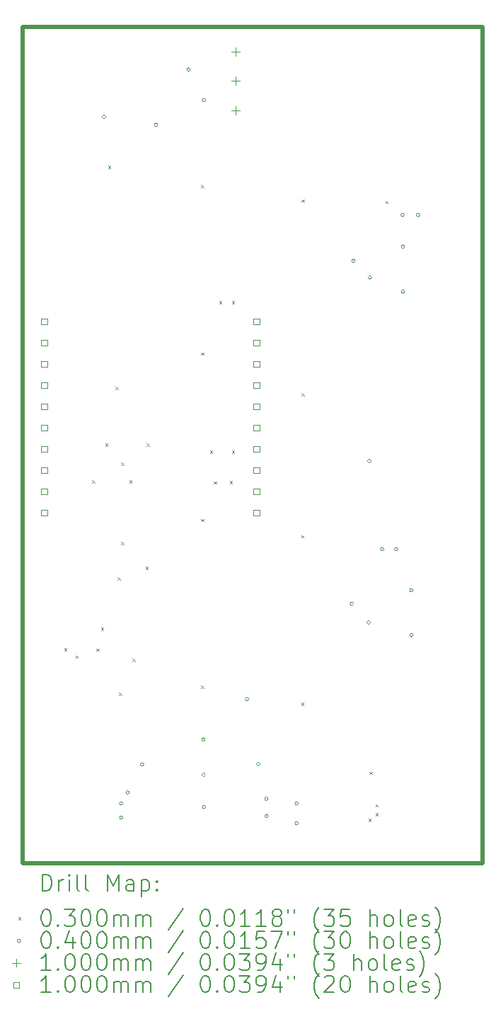
<source format=gbr>
%FSLAX45Y45*%
G04 Gerber Fmt 4.5, Leading zero omitted, Abs format (unit mm)*
G04 Created by KiCad (PCBNEW (6.0.2)) date 2022-06-11 16:42:49*
%MOMM*%
%LPD*%
G01*
G04 APERTURE LIST*
%TA.AperFunction,Profile*%
%ADD10C,0.500000*%
%TD*%
%ADD11C,0.200000*%
%ADD12C,0.030000*%
%ADD13C,0.040000*%
%ADD14C,0.100000*%
G04 APERTURE END LIST*
D10*
X250000Y0D02*
X5750000Y0D01*
X5750000Y0D02*
X5750000Y-10000000D01*
X5750000Y-10000000D02*
X250000Y-10000000D01*
X250000Y-10000000D02*
X250000Y0D01*
D11*
D12*
X748025Y-7430000D02*
X778025Y-7460000D01*
X778025Y-7430000D02*
X748025Y-7460000D01*
X881620Y-7521180D02*
X911620Y-7551180D01*
X911620Y-7521180D02*
X881620Y-7551180D01*
X1079000Y-5424000D02*
X1109000Y-5454000D01*
X1109000Y-5424000D02*
X1079000Y-5454000D01*
X1130540Y-7437360D02*
X1160540Y-7467360D01*
X1160540Y-7437360D02*
X1130540Y-7467360D01*
X1187000Y-7186000D02*
X1217000Y-7216000D01*
X1217000Y-7186000D02*
X1187000Y-7216000D01*
X1238450Y-4986000D02*
X1268450Y-5016000D01*
X1268450Y-4986000D02*
X1238450Y-5016000D01*
X1272780Y-1667610D02*
X1302780Y-1697610D01*
X1302780Y-1667610D02*
X1272780Y-1697610D01*
X1362000Y-4307000D02*
X1392000Y-4337000D01*
X1392000Y-4307000D02*
X1362000Y-4337000D01*
X1384000Y-6585000D02*
X1414000Y-6615000D01*
X1414000Y-6585000D02*
X1384000Y-6615000D01*
X1400841Y-7964159D02*
X1430841Y-7994159D01*
X1430841Y-7964159D02*
X1400841Y-7994159D01*
X1427500Y-6163500D02*
X1457500Y-6193500D01*
X1457500Y-6163500D02*
X1427500Y-6193500D01*
X1429000Y-5214000D02*
X1459000Y-5244000D01*
X1459000Y-5214000D02*
X1429000Y-5244000D01*
X1524000Y-5427000D02*
X1554000Y-5457000D01*
X1554000Y-5427000D02*
X1524000Y-5457000D01*
X1563000Y-7557000D02*
X1593000Y-7587000D01*
X1593000Y-7557000D02*
X1563000Y-7587000D01*
X1722000Y-6458000D02*
X1752000Y-6488000D01*
X1752000Y-6458000D02*
X1722000Y-6488000D01*
X1733000Y-4985000D02*
X1763000Y-5015000D01*
X1763000Y-4985000D02*
X1733000Y-5015000D01*
X2384000Y-5885000D02*
X2414000Y-5915000D01*
X2414000Y-5885000D02*
X2384000Y-5915000D01*
X2384000Y-7881000D02*
X2414000Y-7911000D01*
X2414000Y-7881000D02*
X2384000Y-7911000D01*
X2385000Y-1893000D02*
X2415000Y-1923000D01*
X2415000Y-1893000D02*
X2385000Y-1923000D01*
X2386000Y-3896000D02*
X2416000Y-3926000D01*
X2416000Y-3896000D02*
X2386000Y-3926000D01*
X2489440Y-5070080D02*
X2519440Y-5100080D01*
X2519440Y-5070080D02*
X2489440Y-5100080D01*
X2536599Y-5438000D02*
X2566599Y-5468000D01*
X2566599Y-5438000D02*
X2536599Y-5468000D01*
X2601200Y-3284460D02*
X2631200Y-3314460D01*
X2631200Y-3284460D02*
X2601200Y-3314460D01*
X2728450Y-5433000D02*
X2758450Y-5463000D01*
X2758450Y-5433000D02*
X2728450Y-5463000D01*
X2753600Y-3284460D02*
X2783600Y-3314460D01*
X2783600Y-3284460D02*
X2753600Y-3314460D01*
X2753600Y-5070080D02*
X2783600Y-5100080D01*
X2783600Y-5070080D02*
X2753600Y-5100080D01*
X3584000Y-6082000D02*
X3614000Y-6112000D01*
X3614000Y-6082000D02*
X3584000Y-6112000D01*
X3584000Y-8082000D02*
X3614000Y-8112000D01*
X3614000Y-8082000D02*
X3584000Y-8112000D01*
X3585000Y-2066000D02*
X3615000Y-2096000D01*
X3615000Y-2066000D02*
X3585000Y-2096000D01*
X3588000Y-4385000D02*
X3618000Y-4415000D01*
X3618000Y-4385000D02*
X3588000Y-4415000D01*
X4386820Y-9471900D02*
X4416820Y-9501900D01*
X4416820Y-9471900D02*
X4386820Y-9501900D01*
X4399520Y-8910560D02*
X4429520Y-8940560D01*
X4429520Y-8910560D02*
X4399520Y-8940560D01*
X4473180Y-9299180D02*
X4503180Y-9329180D01*
X4503180Y-9299180D02*
X4473180Y-9329180D01*
X4473180Y-9403320D02*
X4503180Y-9433320D01*
X4503180Y-9403320D02*
X4473180Y-9433320D01*
X4591000Y-2085000D02*
X4621000Y-2115000D01*
X4621000Y-2085000D02*
X4591000Y-2115000D01*
D13*
X1244280Y-1079500D02*
G75*
G03*
X1244280Y-1079500I-20000J0D01*
G01*
X1447480Y-9290110D02*
G75*
G03*
X1447480Y-9290110I-20000J0D01*
G01*
X1450020Y-9456420D02*
G75*
G03*
X1450020Y-9456420I-20000J0D01*
G01*
X1526220Y-9156700D02*
G75*
G03*
X1526220Y-9156700I-20000J0D01*
G01*
X1698940Y-8821420D02*
G75*
G03*
X1698940Y-8821420I-20000J0D01*
G01*
X1866580Y-1173480D02*
G75*
G03*
X1866580Y-1173480I-20000J0D01*
G01*
X2253000Y-513000D02*
G75*
G03*
X2253000Y-513000I-20000J0D01*
G01*
X2433000Y-8524240D02*
G75*
G03*
X2433000Y-8524240I-20000J0D01*
G01*
X2435540Y-8945220D02*
G75*
G03*
X2435540Y-8945220I-20000J0D01*
G01*
X2438080Y-881380D02*
G75*
G03*
X2438080Y-881380I-20000J0D01*
G01*
X2440620Y-9331300D02*
G75*
G03*
X2440620Y-9331300I-20000J0D01*
G01*
X2953700Y-8041640D02*
G75*
G03*
X2953700Y-8041640I-20000J0D01*
G01*
X3088320Y-8818880D02*
G75*
G03*
X3088320Y-8818880I-20000J0D01*
G01*
X3184840Y-9232900D02*
G75*
G03*
X3184840Y-9232900I-20000J0D01*
G01*
X3187380Y-9438640D02*
G75*
G03*
X3187380Y-9438640I-20000J0D01*
G01*
X3547997Y-9289117D02*
G75*
G03*
X3547997Y-9289117I-20000J0D01*
G01*
X3548060Y-9525000D02*
G75*
G03*
X3548060Y-9525000I-20000J0D01*
G01*
X4207000Y-6900000D02*
G75*
G03*
X4207000Y-6900000I-20000J0D01*
G01*
X4228000Y-2800000D02*
G75*
G03*
X4228000Y-2800000I-20000J0D01*
G01*
X4410000Y-7126000D02*
G75*
G03*
X4410000Y-7126000I-20000J0D01*
G01*
X4418000Y-5195000D02*
G75*
G03*
X4418000Y-5195000I-20000J0D01*
G01*
X4425050Y-3000000D02*
G75*
G03*
X4425050Y-3000000I-20000J0D01*
G01*
X4571000Y-6250000D02*
G75*
G03*
X4571000Y-6250000I-20000J0D01*
G01*
X4740000Y-6250000D02*
G75*
G03*
X4740000Y-6250000I-20000J0D01*
G01*
X4815000Y-2250000D02*
G75*
G03*
X4815000Y-2250000I-20000J0D01*
G01*
X4820000Y-3170000D02*
G75*
G03*
X4820000Y-3170000I-20000J0D01*
G01*
X4821000Y-2630000D02*
G75*
G03*
X4821000Y-2630000I-20000J0D01*
G01*
X4920000Y-7276000D02*
G75*
G03*
X4920000Y-7276000I-20000J0D01*
G01*
X4921000Y-6740000D02*
G75*
G03*
X4921000Y-6740000I-20000J0D01*
G01*
X5001000Y-2250000D02*
G75*
G03*
X5001000Y-2250000I-20000J0D01*
G01*
D14*
X2800000Y-250000D02*
X2800000Y-350000D01*
X2750000Y-300000D02*
X2850000Y-300000D01*
X2800000Y-600000D02*
X2800000Y-700000D01*
X2750000Y-650000D02*
X2850000Y-650000D01*
X2800000Y-950000D02*
X2800000Y-1050000D01*
X2750000Y-1000000D02*
X2850000Y-1000000D01*
X544556Y-3563356D02*
X544556Y-3492644D01*
X473844Y-3492644D01*
X473844Y-3563356D01*
X544556Y-3563356D01*
X544556Y-3817356D02*
X544556Y-3746644D01*
X473844Y-3746644D01*
X473844Y-3817356D01*
X544556Y-3817356D01*
X544556Y-4071356D02*
X544556Y-4000644D01*
X473844Y-4000644D01*
X473844Y-4071356D01*
X544556Y-4071356D01*
X544556Y-4325356D02*
X544556Y-4254644D01*
X473844Y-4254644D01*
X473844Y-4325356D01*
X544556Y-4325356D01*
X544556Y-4579356D02*
X544556Y-4508644D01*
X473844Y-4508644D01*
X473844Y-4579356D01*
X544556Y-4579356D01*
X544556Y-4833356D02*
X544556Y-4762644D01*
X473844Y-4762644D01*
X473844Y-4833356D01*
X544556Y-4833356D01*
X544556Y-5087356D02*
X544556Y-5016644D01*
X473844Y-5016644D01*
X473844Y-5087356D01*
X544556Y-5087356D01*
X544556Y-5341356D02*
X544556Y-5270644D01*
X473844Y-5270644D01*
X473844Y-5341356D01*
X544556Y-5341356D01*
X544556Y-5595356D02*
X544556Y-5524644D01*
X473844Y-5524644D01*
X473844Y-5595356D01*
X544556Y-5595356D01*
X544556Y-5849356D02*
X544556Y-5778644D01*
X473844Y-5778644D01*
X473844Y-5849356D01*
X544556Y-5849356D01*
X3084556Y-3563356D02*
X3084556Y-3492644D01*
X3013844Y-3492644D01*
X3013844Y-3563356D01*
X3084556Y-3563356D01*
X3084556Y-3817356D02*
X3084556Y-3746644D01*
X3013844Y-3746644D01*
X3013844Y-3817356D01*
X3084556Y-3817356D01*
X3084556Y-4071356D02*
X3084556Y-4000644D01*
X3013844Y-4000644D01*
X3013844Y-4071356D01*
X3084556Y-4071356D01*
X3084556Y-4325356D02*
X3084556Y-4254644D01*
X3013844Y-4254644D01*
X3013844Y-4325356D01*
X3084556Y-4325356D01*
X3084556Y-4579356D02*
X3084556Y-4508644D01*
X3013844Y-4508644D01*
X3013844Y-4579356D01*
X3084556Y-4579356D01*
X3084556Y-4833356D02*
X3084556Y-4762644D01*
X3013844Y-4762644D01*
X3013844Y-4833356D01*
X3084556Y-4833356D01*
X3084556Y-5087356D02*
X3084556Y-5016644D01*
X3013844Y-5016644D01*
X3013844Y-5087356D01*
X3084556Y-5087356D01*
X3084556Y-5341356D02*
X3084556Y-5270644D01*
X3013844Y-5270644D01*
X3013844Y-5341356D01*
X3084556Y-5341356D01*
X3084556Y-5595356D02*
X3084556Y-5524644D01*
X3013844Y-5524644D01*
X3013844Y-5595356D01*
X3084556Y-5595356D01*
X3084556Y-5849356D02*
X3084556Y-5778644D01*
X3013844Y-5778644D01*
X3013844Y-5849356D01*
X3084556Y-5849356D01*
D11*
X482619Y-10335476D02*
X482619Y-10135476D01*
X530238Y-10135476D01*
X558810Y-10145000D01*
X577857Y-10164048D01*
X587381Y-10183095D01*
X596905Y-10221190D01*
X596905Y-10249762D01*
X587381Y-10287857D01*
X577857Y-10306905D01*
X558810Y-10325952D01*
X530238Y-10335476D01*
X482619Y-10335476D01*
X682619Y-10335476D02*
X682619Y-10202143D01*
X682619Y-10240238D02*
X692143Y-10221190D01*
X701667Y-10211667D01*
X720714Y-10202143D01*
X739762Y-10202143D01*
X806428Y-10335476D02*
X806428Y-10202143D01*
X806428Y-10135476D02*
X796905Y-10145000D01*
X806428Y-10154524D01*
X815952Y-10145000D01*
X806428Y-10135476D01*
X806428Y-10154524D01*
X930238Y-10335476D02*
X911190Y-10325952D01*
X901667Y-10306905D01*
X901667Y-10135476D01*
X1035000Y-10335476D02*
X1015952Y-10325952D01*
X1006428Y-10306905D01*
X1006428Y-10135476D01*
X1263571Y-10335476D02*
X1263571Y-10135476D01*
X1330238Y-10278333D01*
X1396905Y-10135476D01*
X1396905Y-10335476D01*
X1577857Y-10335476D02*
X1577857Y-10230714D01*
X1568333Y-10211667D01*
X1549286Y-10202143D01*
X1511190Y-10202143D01*
X1492143Y-10211667D01*
X1577857Y-10325952D02*
X1558809Y-10335476D01*
X1511190Y-10335476D01*
X1492143Y-10325952D01*
X1482619Y-10306905D01*
X1482619Y-10287857D01*
X1492143Y-10268810D01*
X1511190Y-10259286D01*
X1558809Y-10259286D01*
X1577857Y-10249762D01*
X1673095Y-10202143D02*
X1673095Y-10402143D01*
X1673095Y-10211667D02*
X1692143Y-10202143D01*
X1730238Y-10202143D01*
X1749286Y-10211667D01*
X1758809Y-10221190D01*
X1768333Y-10240238D01*
X1768333Y-10297381D01*
X1758809Y-10316429D01*
X1749286Y-10325952D01*
X1730238Y-10335476D01*
X1692143Y-10335476D01*
X1673095Y-10325952D01*
X1854048Y-10316429D02*
X1863571Y-10325952D01*
X1854048Y-10335476D01*
X1844524Y-10325952D01*
X1854048Y-10316429D01*
X1854048Y-10335476D01*
X1854048Y-10211667D02*
X1863571Y-10221190D01*
X1854048Y-10230714D01*
X1844524Y-10221190D01*
X1854048Y-10211667D01*
X1854048Y-10230714D01*
D12*
X195000Y-10650000D02*
X225000Y-10680000D01*
X225000Y-10650000D02*
X195000Y-10680000D01*
D11*
X520714Y-10555476D02*
X539762Y-10555476D01*
X558810Y-10565000D01*
X568333Y-10574524D01*
X577857Y-10593571D01*
X587381Y-10631667D01*
X587381Y-10679286D01*
X577857Y-10717381D01*
X568333Y-10736429D01*
X558810Y-10745952D01*
X539762Y-10755476D01*
X520714Y-10755476D01*
X501667Y-10745952D01*
X492143Y-10736429D01*
X482619Y-10717381D01*
X473095Y-10679286D01*
X473095Y-10631667D01*
X482619Y-10593571D01*
X492143Y-10574524D01*
X501667Y-10565000D01*
X520714Y-10555476D01*
X673095Y-10736429D02*
X682619Y-10745952D01*
X673095Y-10755476D01*
X663571Y-10745952D01*
X673095Y-10736429D01*
X673095Y-10755476D01*
X749286Y-10555476D02*
X873095Y-10555476D01*
X806428Y-10631667D01*
X835000Y-10631667D01*
X854048Y-10641190D01*
X863571Y-10650714D01*
X873095Y-10669762D01*
X873095Y-10717381D01*
X863571Y-10736429D01*
X854048Y-10745952D01*
X835000Y-10755476D01*
X777857Y-10755476D01*
X758809Y-10745952D01*
X749286Y-10736429D01*
X996905Y-10555476D02*
X1015952Y-10555476D01*
X1035000Y-10565000D01*
X1044524Y-10574524D01*
X1054048Y-10593571D01*
X1063571Y-10631667D01*
X1063571Y-10679286D01*
X1054048Y-10717381D01*
X1044524Y-10736429D01*
X1035000Y-10745952D01*
X1015952Y-10755476D01*
X996905Y-10755476D01*
X977857Y-10745952D01*
X968333Y-10736429D01*
X958809Y-10717381D01*
X949286Y-10679286D01*
X949286Y-10631667D01*
X958809Y-10593571D01*
X968333Y-10574524D01*
X977857Y-10565000D01*
X996905Y-10555476D01*
X1187381Y-10555476D02*
X1206429Y-10555476D01*
X1225476Y-10565000D01*
X1235000Y-10574524D01*
X1244524Y-10593571D01*
X1254048Y-10631667D01*
X1254048Y-10679286D01*
X1244524Y-10717381D01*
X1235000Y-10736429D01*
X1225476Y-10745952D01*
X1206429Y-10755476D01*
X1187381Y-10755476D01*
X1168333Y-10745952D01*
X1158810Y-10736429D01*
X1149286Y-10717381D01*
X1139762Y-10679286D01*
X1139762Y-10631667D01*
X1149286Y-10593571D01*
X1158810Y-10574524D01*
X1168333Y-10565000D01*
X1187381Y-10555476D01*
X1339762Y-10755476D02*
X1339762Y-10622143D01*
X1339762Y-10641190D02*
X1349286Y-10631667D01*
X1368333Y-10622143D01*
X1396905Y-10622143D01*
X1415952Y-10631667D01*
X1425476Y-10650714D01*
X1425476Y-10755476D01*
X1425476Y-10650714D02*
X1435000Y-10631667D01*
X1454048Y-10622143D01*
X1482619Y-10622143D01*
X1501667Y-10631667D01*
X1511190Y-10650714D01*
X1511190Y-10755476D01*
X1606428Y-10755476D02*
X1606428Y-10622143D01*
X1606428Y-10641190D02*
X1615952Y-10631667D01*
X1635000Y-10622143D01*
X1663571Y-10622143D01*
X1682619Y-10631667D01*
X1692143Y-10650714D01*
X1692143Y-10755476D01*
X1692143Y-10650714D02*
X1701667Y-10631667D01*
X1720714Y-10622143D01*
X1749286Y-10622143D01*
X1768333Y-10631667D01*
X1777857Y-10650714D01*
X1777857Y-10755476D01*
X2168333Y-10545952D02*
X1996905Y-10803095D01*
X2425476Y-10555476D02*
X2444524Y-10555476D01*
X2463571Y-10565000D01*
X2473095Y-10574524D01*
X2482619Y-10593571D01*
X2492143Y-10631667D01*
X2492143Y-10679286D01*
X2482619Y-10717381D01*
X2473095Y-10736429D01*
X2463571Y-10745952D01*
X2444524Y-10755476D01*
X2425476Y-10755476D01*
X2406429Y-10745952D01*
X2396905Y-10736429D01*
X2387381Y-10717381D01*
X2377857Y-10679286D01*
X2377857Y-10631667D01*
X2387381Y-10593571D01*
X2396905Y-10574524D01*
X2406429Y-10565000D01*
X2425476Y-10555476D01*
X2577857Y-10736429D02*
X2587381Y-10745952D01*
X2577857Y-10755476D01*
X2568333Y-10745952D01*
X2577857Y-10736429D01*
X2577857Y-10755476D01*
X2711190Y-10555476D02*
X2730238Y-10555476D01*
X2749286Y-10565000D01*
X2758810Y-10574524D01*
X2768333Y-10593571D01*
X2777857Y-10631667D01*
X2777857Y-10679286D01*
X2768333Y-10717381D01*
X2758810Y-10736429D01*
X2749286Y-10745952D01*
X2730238Y-10755476D01*
X2711190Y-10755476D01*
X2692143Y-10745952D01*
X2682619Y-10736429D01*
X2673095Y-10717381D01*
X2663571Y-10679286D01*
X2663571Y-10631667D01*
X2673095Y-10593571D01*
X2682619Y-10574524D01*
X2692143Y-10565000D01*
X2711190Y-10555476D01*
X2968333Y-10755476D02*
X2854048Y-10755476D01*
X2911190Y-10755476D02*
X2911190Y-10555476D01*
X2892143Y-10584048D01*
X2873095Y-10603095D01*
X2854048Y-10612619D01*
X3158809Y-10755476D02*
X3044524Y-10755476D01*
X3101667Y-10755476D02*
X3101667Y-10555476D01*
X3082619Y-10584048D01*
X3063571Y-10603095D01*
X3044524Y-10612619D01*
X3273095Y-10641190D02*
X3254048Y-10631667D01*
X3244524Y-10622143D01*
X3235000Y-10603095D01*
X3235000Y-10593571D01*
X3244524Y-10574524D01*
X3254048Y-10565000D01*
X3273095Y-10555476D01*
X3311190Y-10555476D01*
X3330238Y-10565000D01*
X3339762Y-10574524D01*
X3349286Y-10593571D01*
X3349286Y-10603095D01*
X3339762Y-10622143D01*
X3330238Y-10631667D01*
X3311190Y-10641190D01*
X3273095Y-10641190D01*
X3254048Y-10650714D01*
X3244524Y-10660238D01*
X3235000Y-10679286D01*
X3235000Y-10717381D01*
X3244524Y-10736429D01*
X3254048Y-10745952D01*
X3273095Y-10755476D01*
X3311190Y-10755476D01*
X3330238Y-10745952D01*
X3339762Y-10736429D01*
X3349286Y-10717381D01*
X3349286Y-10679286D01*
X3339762Y-10660238D01*
X3330238Y-10650714D01*
X3311190Y-10641190D01*
X3425476Y-10555476D02*
X3425476Y-10593571D01*
X3501667Y-10555476D02*
X3501667Y-10593571D01*
X3796905Y-10831667D02*
X3787381Y-10822143D01*
X3768333Y-10793571D01*
X3758809Y-10774524D01*
X3749286Y-10745952D01*
X3739762Y-10698333D01*
X3739762Y-10660238D01*
X3749286Y-10612619D01*
X3758809Y-10584048D01*
X3768333Y-10565000D01*
X3787381Y-10536429D01*
X3796905Y-10526905D01*
X3854048Y-10555476D02*
X3977857Y-10555476D01*
X3911190Y-10631667D01*
X3939762Y-10631667D01*
X3958809Y-10641190D01*
X3968333Y-10650714D01*
X3977857Y-10669762D01*
X3977857Y-10717381D01*
X3968333Y-10736429D01*
X3958809Y-10745952D01*
X3939762Y-10755476D01*
X3882619Y-10755476D01*
X3863571Y-10745952D01*
X3854048Y-10736429D01*
X4158809Y-10555476D02*
X4063571Y-10555476D01*
X4054048Y-10650714D01*
X4063571Y-10641190D01*
X4082619Y-10631667D01*
X4130238Y-10631667D01*
X4149286Y-10641190D01*
X4158809Y-10650714D01*
X4168333Y-10669762D01*
X4168333Y-10717381D01*
X4158809Y-10736429D01*
X4149286Y-10745952D01*
X4130238Y-10755476D01*
X4082619Y-10755476D01*
X4063571Y-10745952D01*
X4054048Y-10736429D01*
X4406429Y-10755476D02*
X4406429Y-10555476D01*
X4492143Y-10755476D02*
X4492143Y-10650714D01*
X4482619Y-10631667D01*
X4463571Y-10622143D01*
X4435000Y-10622143D01*
X4415952Y-10631667D01*
X4406429Y-10641190D01*
X4615952Y-10755476D02*
X4596905Y-10745952D01*
X4587381Y-10736429D01*
X4577857Y-10717381D01*
X4577857Y-10660238D01*
X4587381Y-10641190D01*
X4596905Y-10631667D01*
X4615952Y-10622143D01*
X4644524Y-10622143D01*
X4663571Y-10631667D01*
X4673095Y-10641190D01*
X4682619Y-10660238D01*
X4682619Y-10717381D01*
X4673095Y-10736429D01*
X4663571Y-10745952D01*
X4644524Y-10755476D01*
X4615952Y-10755476D01*
X4796905Y-10755476D02*
X4777857Y-10745952D01*
X4768333Y-10726905D01*
X4768333Y-10555476D01*
X4949286Y-10745952D02*
X4930238Y-10755476D01*
X4892143Y-10755476D01*
X4873095Y-10745952D01*
X4863571Y-10726905D01*
X4863571Y-10650714D01*
X4873095Y-10631667D01*
X4892143Y-10622143D01*
X4930238Y-10622143D01*
X4949286Y-10631667D01*
X4958810Y-10650714D01*
X4958810Y-10669762D01*
X4863571Y-10688810D01*
X5035000Y-10745952D02*
X5054048Y-10755476D01*
X5092143Y-10755476D01*
X5111190Y-10745952D01*
X5120714Y-10726905D01*
X5120714Y-10717381D01*
X5111190Y-10698333D01*
X5092143Y-10688810D01*
X5063571Y-10688810D01*
X5044524Y-10679286D01*
X5035000Y-10660238D01*
X5035000Y-10650714D01*
X5044524Y-10631667D01*
X5063571Y-10622143D01*
X5092143Y-10622143D01*
X5111190Y-10631667D01*
X5187381Y-10831667D02*
X5196905Y-10822143D01*
X5215952Y-10793571D01*
X5225476Y-10774524D01*
X5235000Y-10745952D01*
X5244524Y-10698333D01*
X5244524Y-10660238D01*
X5235000Y-10612619D01*
X5225476Y-10584048D01*
X5215952Y-10565000D01*
X5196905Y-10536429D01*
X5187381Y-10526905D01*
D13*
X225000Y-10929000D02*
G75*
G03*
X225000Y-10929000I-20000J0D01*
G01*
D11*
X520714Y-10819476D02*
X539762Y-10819476D01*
X558810Y-10829000D01*
X568333Y-10838524D01*
X577857Y-10857571D01*
X587381Y-10895667D01*
X587381Y-10943286D01*
X577857Y-10981381D01*
X568333Y-11000429D01*
X558810Y-11009952D01*
X539762Y-11019476D01*
X520714Y-11019476D01*
X501667Y-11009952D01*
X492143Y-11000429D01*
X482619Y-10981381D01*
X473095Y-10943286D01*
X473095Y-10895667D01*
X482619Y-10857571D01*
X492143Y-10838524D01*
X501667Y-10829000D01*
X520714Y-10819476D01*
X673095Y-11000429D02*
X682619Y-11009952D01*
X673095Y-11019476D01*
X663571Y-11009952D01*
X673095Y-11000429D01*
X673095Y-11019476D01*
X854048Y-10886143D02*
X854048Y-11019476D01*
X806428Y-10809952D02*
X758809Y-10952810D01*
X882619Y-10952810D01*
X996905Y-10819476D02*
X1015952Y-10819476D01*
X1035000Y-10829000D01*
X1044524Y-10838524D01*
X1054048Y-10857571D01*
X1063571Y-10895667D01*
X1063571Y-10943286D01*
X1054048Y-10981381D01*
X1044524Y-11000429D01*
X1035000Y-11009952D01*
X1015952Y-11019476D01*
X996905Y-11019476D01*
X977857Y-11009952D01*
X968333Y-11000429D01*
X958809Y-10981381D01*
X949286Y-10943286D01*
X949286Y-10895667D01*
X958809Y-10857571D01*
X968333Y-10838524D01*
X977857Y-10829000D01*
X996905Y-10819476D01*
X1187381Y-10819476D02*
X1206429Y-10819476D01*
X1225476Y-10829000D01*
X1235000Y-10838524D01*
X1244524Y-10857571D01*
X1254048Y-10895667D01*
X1254048Y-10943286D01*
X1244524Y-10981381D01*
X1235000Y-11000429D01*
X1225476Y-11009952D01*
X1206429Y-11019476D01*
X1187381Y-11019476D01*
X1168333Y-11009952D01*
X1158810Y-11000429D01*
X1149286Y-10981381D01*
X1139762Y-10943286D01*
X1139762Y-10895667D01*
X1149286Y-10857571D01*
X1158810Y-10838524D01*
X1168333Y-10829000D01*
X1187381Y-10819476D01*
X1339762Y-11019476D02*
X1339762Y-10886143D01*
X1339762Y-10905190D02*
X1349286Y-10895667D01*
X1368333Y-10886143D01*
X1396905Y-10886143D01*
X1415952Y-10895667D01*
X1425476Y-10914714D01*
X1425476Y-11019476D01*
X1425476Y-10914714D02*
X1435000Y-10895667D01*
X1454048Y-10886143D01*
X1482619Y-10886143D01*
X1501667Y-10895667D01*
X1511190Y-10914714D01*
X1511190Y-11019476D01*
X1606428Y-11019476D02*
X1606428Y-10886143D01*
X1606428Y-10905190D02*
X1615952Y-10895667D01*
X1635000Y-10886143D01*
X1663571Y-10886143D01*
X1682619Y-10895667D01*
X1692143Y-10914714D01*
X1692143Y-11019476D01*
X1692143Y-10914714D02*
X1701667Y-10895667D01*
X1720714Y-10886143D01*
X1749286Y-10886143D01*
X1768333Y-10895667D01*
X1777857Y-10914714D01*
X1777857Y-11019476D01*
X2168333Y-10809952D02*
X1996905Y-11067095D01*
X2425476Y-10819476D02*
X2444524Y-10819476D01*
X2463571Y-10829000D01*
X2473095Y-10838524D01*
X2482619Y-10857571D01*
X2492143Y-10895667D01*
X2492143Y-10943286D01*
X2482619Y-10981381D01*
X2473095Y-11000429D01*
X2463571Y-11009952D01*
X2444524Y-11019476D01*
X2425476Y-11019476D01*
X2406429Y-11009952D01*
X2396905Y-11000429D01*
X2387381Y-10981381D01*
X2377857Y-10943286D01*
X2377857Y-10895667D01*
X2387381Y-10857571D01*
X2396905Y-10838524D01*
X2406429Y-10829000D01*
X2425476Y-10819476D01*
X2577857Y-11000429D02*
X2587381Y-11009952D01*
X2577857Y-11019476D01*
X2568333Y-11009952D01*
X2577857Y-11000429D01*
X2577857Y-11019476D01*
X2711190Y-10819476D02*
X2730238Y-10819476D01*
X2749286Y-10829000D01*
X2758810Y-10838524D01*
X2768333Y-10857571D01*
X2777857Y-10895667D01*
X2777857Y-10943286D01*
X2768333Y-10981381D01*
X2758810Y-11000429D01*
X2749286Y-11009952D01*
X2730238Y-11019476D01*
X2711190Y-11019476D01*
X2692143Y-11009952D01*
X2682619Y-11000429D01*
X2673095Y-10981381D01*
X2663571Y-10943286D01*
X2663571Y-10895667D01*
X2673095Y-10857571D01*
X2682619Y-10838524D01*
X2692143Y-10829000D01*
X2711190Y-10819476D01*
X2968333Y-11019476D02*
X2854048Y-11019476D01*
X2911190Y-11019476D02*
X2911190Y-10819476D01*
X2892143Y-10848048D01*
X2873095Y-10867095D01*
X2854048Y-10876619D01*
X3149286Y-10819476D02*
X3054048Y-10819476D01*
X3044524Y-10914714D01*
X3054048Y-10905190D01*
X3073095Y-10895667D01*
X3120714Y-10895667D01*
X3139762Y-10905190D01*
X3149286Y-10914714D01*
X3158809Y-10933762D01*
X3158809Y-10981381D01*
X3149286Y-11000429D01*
X3139762Y-11009952D01*
X3120714Y-11019476D01*
X3073095Y-11019476D01*
X3054048Y-11009952D01*
X3044524Y-11000429D01*
X3225476Y-10819476D02*
X3358809Y-10819476D01*
X3273095Y-11019476D01*
X3425476Y-10819476D02*
X3425476Y-10857571D01*
X3501667Y-10819476D02*
X3501667Y-10857571D01*
X3796905Y-11095667D02*
X3787381Y-11086143D01*
X3768333Y-11057571D01*
X3758809Y-11038524D01*
X3749286Y-11009952D01*
X3739762Y-10962333D01*
X3739762Y-10924238D01*
X3749286Y-10876619D01*
X3758809Y-10848048D01*
X3768333Y-10829000D01*
X3787381Y-10800429D01*
X3796905Y-10790905D01*
X3854048Y-10819476D02*
X3977857Y-10819476D01*
X3911190Y-10895667D01*
X3939762Y-10895667D01*
X3958809Y-10905190D01*
X3968333Y-10914714D01*
X3977857Y-10933762D01*
X3977857Y-10981381D01*
X3968333Y-11000429D01*
X3958809Y-11009952D01*
X3939762Y-11019476D01*
X3882619Y-11019476D01*
X3863571Y-11009952D01*
X3854048Y-11000429D01*
X4101667Y-10819476D02*
X4120714Y-10819476D01*
X4139762Y-10829000D01*
X4149286Y-10838524D01*
X4158809Y-10857571D01*
X4168333Y-10895667D01*
X4168333Y-10943286D01*
X4158809Y-10981381D01*
X4149286Y-11000429D01*
X4139762Y-11009952D01*
X4120714Y-11019476D01*
X4101667Y-11019476D01*
X4082619Y-11009952D01*
X4073095Y-11000429D01*
X4063571Y-10981381D01*
X4054048Y-10943286D01*
X4054048Y-10895667D01*
X4063571Y-10857571D01*
X4073095Y-10838524D01*
X4082619Y-10829000D01*
X4101667Y-10819476D01*
X4406429Y-11019476D02*
X4406429Y-10819476D01*
X4492143Y-11019476D02*
X4492143Y-10914714D01*
X4482619Y-10895667D01*
X4463571Y-10886143D01*
X4435000Y-10886143D01*
X4415952Y-10895667D01*
X4406429Y-10905190D01*
X4615952Y-11019476D02*
X4596905Y-11009952D01*
X4587381Y-11000429D01*
X4577857Y-10981381D01*
X4577857Y-10924238D01*
X4587381Y-10905190D01*
X4596905Y-10895667D01*
X4615952Y-10886143D01*
X4644524Y-10886143D01*
X4663571Y-10895667D01*
X4673095Y-10905190D01*
X4682619Y-10924238D01*
X4682619Y-10981381D01*
X4673095Y-11000429D01*
X4663571Y-11009952D01*
X4644524Y-11019476D01*
X4615952Y-11019476D01*
X4796905Y-11019476D02*
X4777857Y-11009952D01*
X4768333Y-10990905D01*
X4768333Y-10819476D01*
X4949286Y-11009952D02*
X4930238Y-11019476D01*
X4892143Y-11019476D01*
X4873095Y-11009952D01*
X4863571Y-10990905D01*
X4863571Y-10914714D01*
X4873095Y-10895667D01*
X4892143Y-10886143D01*
X4930238Y-10886143D01*
X4949286Y-10895667D01*
X4958810Y-10914714D01*
X4958810Y-10933762D01*
X4863571Y-10952810D01*
X5035000Y-11009952D02*
X5054048Y-11019476D01*
X5092143Y-11019476D01*
X5111190Y-11009952D01*
X5120714Y-10990905D01*
X5120714Y-10981381D01*
X5111190Y-10962333D01*
X5092143Y-10952810D01*
X5063571Y-10952810D01*
X5044524Y-10943286D01*
X5035000Y-10924238D01*
X5035000Y-10914714D01*
X5044524Y-10895667D01*
X5063571Y-10886143D01*
X5092143Y-10886143D01*
X5111190Y-10895667D01*
X5187381Y-11095667D02*
X5196905Y-11086143D01*
X5215952Y-11057571D01*
X5225476Y-11038524D01*
X5235000Y-11009952D01*
X5244524Y-10962333D01*
X5244524Y-10924238D01*
X5235000Y-10876619D01*
X5225476Y-10848048D01*
X5215952Y-10829000D01*
X5196905Y-10800429D01*
X5187381Y-10790905D01*
D14*
X175000Y-11143000D02*
X175000Y-11243000D01*
X125000Y-11193000D02*
X225000Y-11193000D01*
D11*
X587381Y-11283476D02*
X473095Y-11283476D01*
X530238Y-11283476D02*
X530238Y-11083476D01*
X511190Y-11112048D01*
X492143Y-11131095D01*
X473095Y-11140619D01*
X673095Y-11264428D02*
X682619Y-11273952D01*
X673095Y-11283476D01*
X663571Y-11273952D01*
X673095Y-11264428D01*
X673095Y-11283476D01*
X806428Y-11083476D02*
X825476Y-11083476D01*
X844524Y-11093000D01*
X854048Y-11102524D01*
X863571Y-11121571D01*
X873095Y-11159667D01*
X873095Y-11207286D01*
X863571Y-11245381D01*
X854048Y-11264428D01*
X844524Y-11273952D01*
X825476Y-11283476D01*
X806428Y-11283476D01*
X787381Y-11273952D01*
X777857Y-11264428D01*
X768333Y-11245381D01*
X758809Y-11207286D01*
X758809Y-11159667D01*
X768333Y-11121571D01*
X777857Y-11102524D01*
X787381Y-11093000D01*
X806428Y-11083476D01*
X996905Y-11083476D02*
X1015952Y-11083476D01*
X1035000Y-11093000D01*
X1044524Y-11102524D01*
X1054048Y-11121571D01*
X1063571Y-11159667D01*
X1063571Y-11207286D01*
X1054048Y-11245381D01*
X1044524Y-11264428D01*
X1035000Y-11273952D01*
X1015952Y-11283476D01*
X996905Y-11283476D01*
X977857Y-11273952D01*
X968333Y-11264428D01*
X958809Y-11245381D01*
X949286Y-11207286D01*
X949286Y-11159667D01*
X958809Y-11121571D01*
X968333Y-11102524D01*
X977857Y-11093000D01*
X996905Y-11083476D01*
X1187381Y-11083476D02*
X1206429Y-11083476D01*
X1225476Y-11093000D01*
X1235000Y-11102524D01*
X1244524Y-11121571D01*
X1254048Y-11159667D01*
X1254048Y-11207286D01*
X1244524Y-11245381D01*
X1235000Y-11264428D01*
X1225476Y-11273952D01*
X1206429Y-11283476D01*
X1187381Y-11283476D01*
X1168333Y-11273952D01*
X1158810Y-11264428D01*
X1149286Y-11245381D01*
X1139762Y-11207286D01*
X1139762Y-11159667D01*
X1149286Y-11121571D01*
X1158810Y-11102524D01*
X1168333Y-11093000D01*
X1187381Y-11083476D01*
X1339762Y-11283476D02*
X1339762Y-11150143D01*
X1339762Y-11169190D02*
X1349286Y-11159667D01*
X1368333Y-11150143D01*
X1396905Y-11150143D01*
X1415952Y-11159667D01*
X1425476Y-11178714D01*
X1425476Y-11283476D01*
X1425476Y-11178714D02*
X1435000Y-11159667D01*
X1454048Y-11150143D01*
X1482619Y-11150143D01*
X1501667Y-11159667D01*
X1511190Y-11178714D01*
X1511190Y-11283476D01*
X1606428Y-11283476D02*
X1606428Y-11150143D01*
X1606428Y-11169190D02*
X1615952Y-11159667D01*
X1635000Y-11150143D01*
X1663571Y-11150143D01*
X1682619Y-11159667D01*
X1692143Y-11178714D01*
X1692143Y-11283476D01*
X1692143Y-11178714D02*
X1701667Y-11159667D01*
X1720714Y-11150143D01*
X1749286Y-11150143D01*
X1768333Y-11159667D01*
X1777857Y-11178714D01*
X1777857Y-11283476D01*
X2168333Y-11073952D02*
X1996905Y-11331095D01*
X2425476Y-11083476D02*
X2444524Y-11083476D01*
X2463571Y-11093000D01*
X2473095Y-11102524D01*
X2482619Y-11121571D01*
X2492143Y-11159667D01*
X2492143Y-11207286D01*
X2482619Y-11245381D01*
X2473095Y-11264428D01*
X2463571Y-11273952D01*
X2444524Y-11283476D01*
X2425476Y-11283476D01*
X2406429Y-11273952D01*
X2396905Y-11264428D01*
X2387381Y-11245381D01*
X2377857Y-11207286D01*
X2377857Y-11159667D01*
X2387381Y-11121571D01*
X2396905Y-11102524D01*
X2406429Y-11093000D01*
X2425476Y-11083476D01*
X2577857Y-11264428D02*
X2587381Y-11273952D01*
X2577857Y-11283476D01*
X2568333Y-11273952D01*
X2577857Y-11264428D01*
X2577857Y-11283476D01*
X2711190Y-11083476D02*
X2730238Y-11083476D01*
X2749286Y-11093000D01*
X2758810Y-11102524D01*
X2768333Y-11121571D01*
X2777857Y-11159667D01*
X2777857Y-11207286D01*
X2768333Y-11245381D01*
X2758810Y-11264428D01*
X2749286Y-11273952D01*
X2730238Y-11283476D01*
X2711190Y-11283476D01*
X2692143Y-11273952D01*
X2682619Y-11264428D01*
X2673095Y-11245381D01*
X2663571Y-11207286D01*
X2663571Y-11159667D01*
X2673095Y-11121571D01*
X2682619Y-11102524D01*
X2692143Y-11093000D01*
X2711190Y-11083476D01*
X2844524Y-11083476D02*
X2968333Y-11083476D01*
X2901667Y-11159667D01*
X2930238Y-11159667D01*
X2949286Y-11169190D01*
X2958809Y-11178714D01*
X2968333Y-11197762D01*
X2968333Y-11245381D01*
X2958809Y-11264428D01*
X2949286Y-11273952D01*
X2930238Y-11283476D01*
X2873095Y-11283476D01*
X2854048Y-11273952D01*
X2844524Y-11264428D01*
X3063571Y-11283476D02*
X3101667Y-11283476D01*
X3120714Y-11273952D01*
X3130238Y-11264428D01*
X3149286Y-11235857D01*
X3158809Y-11197762D01*
X3158809Y-11121571D01*
X3149286Y-11102524D01*
X3139762Y-11093000D01*
X3120714Y-11083476D01*
X3082619Y-11083476D01*
X3063571Y-11093000D01*
X3054048Y-11102524D01*
X3044524Y-11121571D01*
X3044524Y-11169190D01*
X3054048Y-11188238D01*
X3063571Y-11197762D01*
X3082619Y-11207286D01*
X3120714Y-11207286D01*
X3139762Y-11197762D01*
X3149286Y-11188238D01*
X3158809Y-11169190D01*
X3330238Y-11150143D02*
X3330238Y-11283476D01*
X3282619Y-11073952D02*
X3235000Y-11216809D01*
X3358809Y-11216809D01*
X3425476Y-11083476D02*
X3425476Y-11121571D01*
X3501667Y-11083476D02*
X3501667Y-11121571D01*
X3796905Y-11359667D02*
X3787381Y-11350143D01*
X3768333Y-11321571D01*
X3758809Y-11302524D01*
X3749286Y-11273952D01*
X3739762Y-11226333D01*
X3739762Y-11188238D01*
X3749286Y-11140619D01*
X3758809Y-11112048D01*
X3768333Y-11093000D01*
X3787381Y-11064429D01*
X3796905Y-11054905D01*
X3854048Y-11083476D02*
X3977857Y-11083476D01*
X3911190Y-11159667D01*
X3939762Y-11159667D01*
X3958809Y-11169190D01*
X3968333Y-11178714D01*
X3977857Y-11197762D01*
X3977857Y-11245381D01*
X3968333Y-11264428D01*
X3958809Y-11273952D01*
X3939762Y-11283476D01*
X3882619Y-11283476D01*
X3863571Y-11273952D01*
X3854048Y-11264428D01*
X4215952Y-11283476D02*
X4215952Y-11083476D01*
X4301667Y-11283476D02*
X4301667Y-11178714D01*
X4292143Y-11159667D01*
X4273095Y-11150143D01*
X4244524Y-11150143D01*
X4225476Y-11159667D01*
X4215952Y-11169190D01*
X4425476Y-11283476D02*
X4406429Y-11273952D01*
X4396905Y-11264428D01*
X4387381Y-11245381D01*
X4387381Y-11188238D01*
X4396905Y-11169190D01*
X4406429Y-11159667D01*
X4425476Y-11150143D01*
X4454048Y-11150143D01*
X4473095Y-11159667D01*
X4482619Y-11169190D01*
X4492143Y-11188238D01*
X4492143Y-11245381D01*
X4482619Y-11264428D01*
X4473095Y-11273952D01*
X4454048Y-11283476D01*
X4425476Y-11283476D01*
X4606429Y-11283476D02*
X4587381Y-11273952D01*
X4577857Y-11254905D01*
X4577857Y-11083476D01*
X4758810Y-11273952D02*
X4739762Y-11283476D01*
X4701667Y-11283476D01*
X4682619Y-11273952D01*
X4673095Y-11254905D01*
X4673095Y-11178714D01*
X4682619Y-11159667D01*
X4701667Y-11150143D01*
X4739762Y-11150143D01*
X4758810Y-11159667D01*
X4768333Y-11178714D01*
X4768333Y-11197762D01*
X4673095Y-11216809D01*
X4844524Y-11273952D02*
X4863571Y-11283476D01*
X4901667Y-11283476D01*
X4920714Y-11273952D01*
X4930238Y-11254905D01*
X4930238Y-11245381D01*
X4920714Y-11226333D01*
X4901667Y-11216809D01*
X4873095Y-11216809D01*
X4854048Y-11207286D01*
X4844524Y-11188238D01*
X4844524Y-11178714D01*
X4854048Y-11159667D01*
X4873095Y-11150143D01*
X4901667Y-11150143D01*
X4920714Y-11159667D01*
X4996905Y-11359667D02*
X5006429Y-11350143D01*
X5025476Y-11321571D01*
X5035000Y-11302524D01*
X5044524Y-11273952D01*
X5054048Y-11226333D01*
X5054048Y-11188238D01*
X5044524Y-11140619D01*
X5035000Y-11112048D01*
X5025476Y-11093000D01*
X5006429Y-11064429D01*
X4996905Y-11054905D01*
D14*
X210356Y-11492356D02*
X210356Y-11421644D01*
X139644Y-11421644D01*
X139644Y-11492356D01*
X210356Y-11492356D01*
D11*
X587381Y-11547476D02*
X473095Y-11547476D01*
X530238Y-11547476D02*
X530238Y-11347476D01*
X511190Y-11376048D01*
X492143Y-11395095D01*
X473095Y-11404619D01*
X673095Y-11528428D02*
X682619Y-11537952D01*
X673095Y-11547476D01*
X663571Y-11537952D01*
X673095Y-11528428D01*
X673095Y-11547476D01*
X806428Y-11347476D02*
X825476Y-11347476D01*
X844524Y-11357000D01*
X854048Y-11366524D01*
X863571Y-11385571D01*
X873095Y-11423667D01*
X873095Y-11471286D01*
X863571Y-11509381D01*
X854048Y-11528428D01*
X844524Y-11537952D01*
X825476Y-11547476D01*
X806428Y-11547476D01*
X787381Y-11537952D01*
X777857Y-11528428D01*
X768333Y-11509381D01*
X758809Y-11471286D01*
X758809Y-11423667D01*
X768333Y-11385571D01*
X777857Y-11366524D01*
X787381Y-11357000D01*
X806428Y-11347476D01*
X996905Y-11347476D02*
X1015952Y-11347476D01*
X1035000Y-11357000D01*
X1044524Y-11366524D01*
X1054048Y-11385571D01*
X1063571Y-11423667D01*
X1063571Y-11471286D01*
X1054048Y-11509381D01*
X1044524Y-11528428D01*
X1035000Y-11537952D01*
X1015952Y-11547476D01*
X996905Y-11547476D01*
X977857Y-11537952D01*
X968333Y-11528428D01*
X958809Y-11509381D01*
X949286Y-11471286D01*
X949286Y-11423667D01*
X958809Y-11385571D01*
X968333Y-11366524D01*
X977857Y-11357000D01*
X996905Y-11347476D01*
X1187381Y-11347476D02*
X1206429Y-11347476D01*
X1225476Y-11357000D01*
X1235000Y-11366524D01*
X1244524Y-11385571D01*
X1254048Y-11423667D01*
X1254048Y-11471286D01*
X1244524Y-11509381D01*
X1235000Y-11528428D01*
X1225476Y-11537952D01*
X1206429Y-11547476D01*
X1187381Y-11547476D01*
X1168333Y-11537952D01*
X1158810Y-11528428D01*
X1149286Y-11509381D01*
X1139762Y-11471286D01*
X1139762Y-11423667D01*
X1149286Y-11385571D01*
X1158810Y-11366524D01*
X1168333Y-11357000D01*
X1187381Y-11347476D01*
X1339762Y-11547476D02*
X1339762Y-11414143D01*
X1339762Y-11433190D02*
X1349286Y-11423667D01*
X1368333Y-11414143D01*
X1396905Y-11414143D01*
X1415952Y-11423667D01*
X1425476Y-11442714D01*
X1425476Y-11547476D01*
X1425476Y-11442714D02*
X1435000Y-11423667D01*
X1454048Y-11414143D01*
X1482619Y-11414143D01*
X1501667Y-11423667D01*
X1511190Y-11442714D01*
X1511190Y-11547476D01*
X1606428Y-11547476D02*
X1606428Y-11414143D01*
X1606428Y-11433190D02*
X1615952Y-11423667D01*
X1635000Y-11414143D01*
X1663571Y-11414143D01*
X1682619Y-11423667D01*
X1692143Y-11442714D01*
X1692143Y-11547476D01*
X1692143Y-11442714D02*
X1701667Y-11423667D01*
X1720714Y-11414143D01*
X1749286Y-11414143D01*
X1768333Y-11423667D01*
X1777857Y-11442714D01*
X1777857Y-11547476D01*
X2168333Y-11337952D02*
X1996905Y-11595095D01*
X2425476Y-11347476D02*
X2444524Y-11347476D01*
X2463571Y-11357000D01*
X2473095Y-11366524D01*
X2482619Y-11385571D01*
X2492143Y-11423667D01*
X2492143Y-11471286D01*
X2482619Y-11509381D01*
X2473095Y-11528428D01*
X2463571Y-11537952D01*
X2444524Y-11547476D01*
X2425476Y-11547476D01*
X2406429Y-11537952D01*
X2396905Y-11528428D01*
X2387381Y-11509381D01*
X2377857Y-11471286D01*
X2377857Y-11423667D01*
X2387381Y-11385571D01*
X2396905Y-11366524D01*
X2406429Y-11357000D01*
X2425476Y-11347476D01*
X2577857Y-11528428D02*
X2587381Y-11537952D01*
X2577857Y-11547476D01*
X2568333Y-11537952D01*
X2577857Y-11528428D01*
X2577857Y-11547476D01*
X2711190Y-11347476D02*
X2730238Y-11347476D01*
X2749286Y-11357000D01*
X2758810Y-11366524D01*
X2768333Y-11385571D01*
X2777857Y-11423667D01*
X2777857Y-11471286D01*
X2768333Y-11509381D01*
X2758810Y-11528428D01*
X2749286Y-11537952D01*
X2730238Y-11547476D01*
X2711190Y-11547476D01*
X2692143Y-11537952D01*
X2682619Y-11528428D01*
X2673095Y-11509381D01*
X2663571Y-11471286D01*
X2663571Y-11423667D01*
X2673095Y-11385571D01*
X2682619Y-11366524D01*
X2692143Y-11357000D01*
X2711190Y-11347476D01*
X2844524Y-11347476D02*
X2968333Y-11347476D01*
X2901667Y-11423667D01*
X2930238Y-11423667D01*
X2949286Y-11433190D01*
X2958809Y-11442714D01*
X2968333Y-11461762D01*
X2968333Y-11509381D01*
X2958809Y-11528428D01*
X2949286Y-11537952D01*
X2930238Y-11547476D01*
X2873095Y-11547476D01*
X2854048Y-11537952D01*
X2844524Y-11528428D01*
X3063571Y-11547476D02*
X3101667Y-11547476D01*
X3120714Y-11537952D01*
X3130238Y-11528428D01*
X3149286Y-11499857D01*
X3158809Y-11461762D01*
X3158809Y-11385571D01*
X3149286Y-11366524D01*
X3139762Y-11357000D01*
X3120714Y-11347476D01*
X3082619Y-11347476D01*
X3063571Y-11357000D01*
X3054048Y-11366524D01*
X3044524Y-11385571D01*
X3044524Y-11433190D01*
X3054048Y-11452238D01*
X3063571Y-11461762D01*
X3082619Y-11471286D01*
X3120714Y-11471286D01*
X3139762Y-11461762D01*
X3149286Y-11452238D01*
X3158809Y-11433190D01*
X3330238Y-11414143D02*
X3330238Y-11547476D01*
X3282619Y-11337952D02*
X3235000Y-11480809D01*
X3358809Y-11480809D01*
X3425476Y-11347476D02*
X3425476Y-11385571D01*
X3501667Y-11347476D02*
X3501667Y-11385571D01*
X3796905Y-11623667D02*
X3787381Y-11614143D01*
X3768333Y-11585571D01*
X3758809Y-11566524D01*
X3749286Y-11537952D01*
X3739762Y-11490333D01*
X3739762Y-11452238D01*
X3749286Y-11404619D01*
X3758809Y-11376048D01*
X3768333Y-11357000D01*
X3787381Y-11328428D01*
X3796905Y-11318905D01*
X3863571Y-11366524D02*
X3873095Y-11357000D01*
X3892143Y-11347476D01*
X3939762Y-11347476D01*
X3958809Y-11357000D01*
X3968333Y-11366524D01*
X3977857Y-11385571D01*
X3977857Y-11404619D01*
X3968333Y-11433190D01*
X3854048Y-11547476D01*
X3977857Y-11547476D01*
X4101667Y-11347476D02*
X4120714Y-11347476D01*
X4139762Y-11357000D01*
X4149286Y-11366524D01*
X4158809Y-11385571D01*
X4168333Y-11423667D01*
X4168333Y-11471286D01*
X4158809Y-11509381D01*
X4149286Y-11528428D01*
X4139762Y-11537952D01*
X4120714Y-11547476D01*
X4101667Y-11547476D01*
X4082619Y-11537952D01*
X4073095Y-11528428D01*
X4063571Y-11509381D01*
X4054048Y-11471286D01*
X4054048Y-11423667D01*
X4063571Y-11385571D01*
X4073095Y-11366524D01*
X4082619Y-11357000D01*
X4101667Y-11347476D01*
X4406429Y-11547476D02*
X4406429Y-11347476D01*
X4492143Y-11547476D02*
X4492143Y-11442714D01*
X4482619Y-11423667D01*
X4463571Y-11414143D01*
X4435000Y-11414143D01*
X4415952Y-11423667D01*
X4406429Y-11433190D01*
X4615952Y-11547476D02*
X4596905Y-11537952D01*
X4587381Y-11528428D01*
X4577857Y-11509381D01*
X4577857Y-11452238D01*
X4587381Y-11433190D01*
X4596905Y-11423667D01*
X4615952Y-11414143D01*
X4644524Y-11414143D01*
X4663571Y-11423667D01*
X4673095Y-11433190D01*
X4682619Y-11452238D01*
X4682619Y-11509381D01*
X4673095Y-11528428D01*
X4663571Y-11537952D01*
X4644524Y-11547476D01*
X4615952Y-11547476D01*
X4796905Y-11547476D02*
X4777857Y-11537952D01*
X4768333Y-11518905D01*
X4768333Y-11347476D01*
X4949286Y-11537952D02*
X4930238Y-11547476D01*
X4892143Y-11547476D01*
X4873095Y-11537952D01*
X4863571Y-11518905D01*
X4863571Y-11442714D01*
X4873095Y-11423667D01*
X4892143Y-11414143D01*
X4930238Y-11414143D01*
X4949286Y-11423667D01*
X4958810Y-11442714D01*
X4958810Y-11461762D01*
X4863571Y-11480809D01*
X5035000Y-11537952D02*
X5054048Y-11547476D01*
X5092143Y-11547476D01*
X5111190Y-11537952D01*
X5120714Y-11518905D01*
X5120714Y-11509381D01*
X5111190Y-11490333D01*
X5092143Y-11480809D01*
X5063571Y-11480809D01*
X5044524Y-11471286D01*
X5035000Y-11452238D01*
X5035000Y-11442714D01*
X5044524Y-11423667D01*
X5063571Y-11414143D01*
X5092143Y-11414143D01*
X5111190Y-11423667D01*
X5187381Y-11623667D02*
X5196905Y-11614143D01*
X5215952Y-11585571D01*
X5225476Y-11566524D01*
X5235000Y-11537952D01*
X5244524Y-11490333D01*
X5244524Y-11452238D01*
X5235000Y-11404619D01*
X5225476Y-11376048D01*
X5215952Y-11357000D01*
X5196905Y-11328428D01*
X5187381Y-11318905D01*
M02*

</source>
